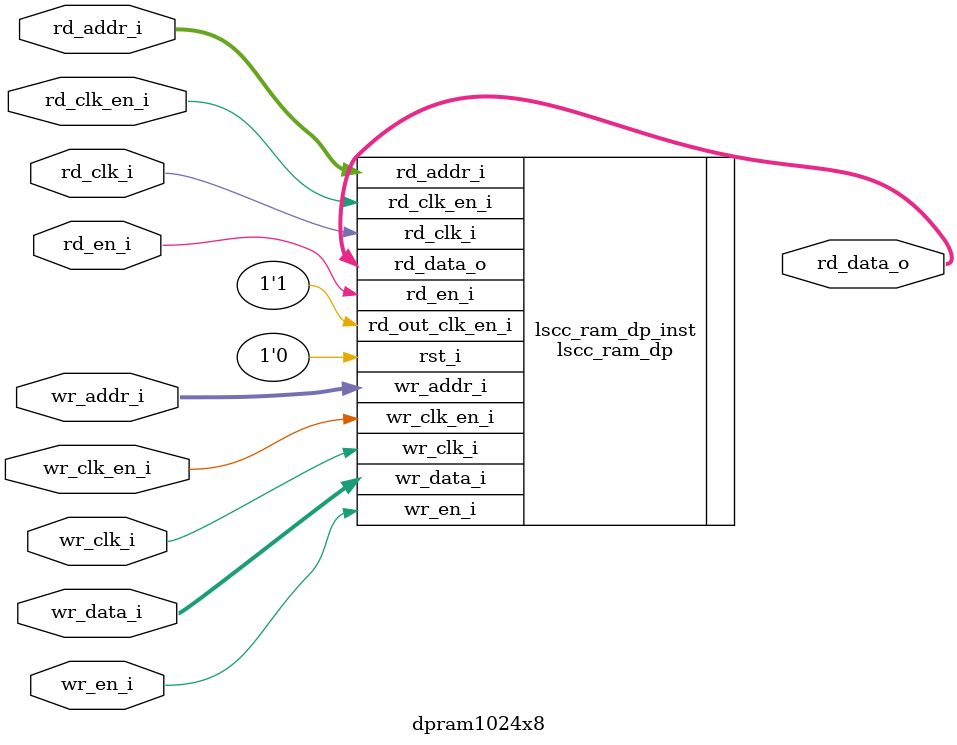
<source format=v>
/*******************************************************************************
    Verilog netlist generated by IPGEN Radiant
    Soft IP Version: 1.0.0
    Wed May 23 14:56:49 2018
*******************************************************************************/
/*******************************************************************************
    Include IP core template files.
*******************************************************************************/
`include "core/lscc_ram_dp.v"
/*******************************************************************************
    Wrapper Module generated per user settings.
*******************************************************************************/
module dpram1024x8 (wr_clk_i, rd_clk_i, wr_clk_en_i, rd_en_i, rd_clk_en_i,
    wr_en_i, wr_data_i, wr_addr_i, rd_addr_i, rd_data_o);
    input  wr_clk_i;
    input  rd_clk_i;
    input  wr_clk_en_i;
    input  rd_en_i;
    input  rd_clk_en_i;
    input  wr_en_i;
    input  [7:0]  wr_data_i;
    input  [9:0]  wr_addr_i;
    input  [9:0]  rd_addr_i;
    output  [7:0]  rd_data_o;
    lscc_ram_dp #(.WADDR_DEPTH(1024),
        .WDATA_WIDTH(8),
        .RADDR_DEPTH(1024),
        .RDATA_WIDTH(8),
        .WADDR_WIDTH(10),
        .REGMODE("noreg"),
        .RADDR_WIDTH(10),
        .RESETMODE("sync"),
        .INIT_MODE("none"),
        .INIT_FILE("none"),
        .INIT_FILE_FORMAT("hex"))
    lscc_ram_dp_inst(.wr_clk_i(wr_clk_i),
        .rd_clk_i(rd_clk_i),
        .rst_i(1'b0),
        .wr_clk_en_i(wr_clk_en_i),
        .rd_en_i(rd_en_i),
        .rd_clk_en_i(rd_clk_en_i),
        .rd_out_clk_en_i(1'b1),
        .wr_en_i(wr_en_i),
        .wr_data_i(wr_data_i),
        .wr_addr_i(wr_addr_i),
        .rd_addr_i(rd_addr_i),
        .rd_data_o(rd_data_o));
endmodule
</source>
